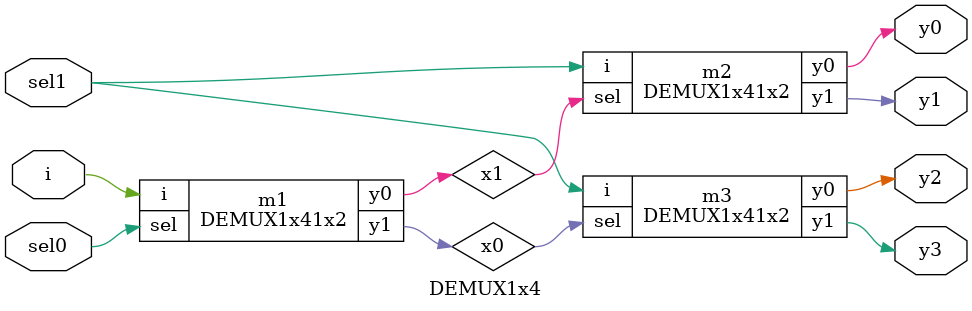
<source format=v>
`timescale 1ns / 1ps


module DEMUX1x41x2(input i,sel,output y0,y1 );
assign {y0,y1}=sel?{1'b0,i}:{i,1'b0};
endmodule


module DEMUX1x4(input i,sel0,sel1, output y0,y1,y2,y3);

wire x1,x0;

DEMUX1x41x2 m1(i,sel0,x1,x0);
DEMUX1x41x2 m2(sel1, x1,y0,y1);
DEMUX1x41x2 m3(sel1, x0,y2,y3);
endmodule

</source>
